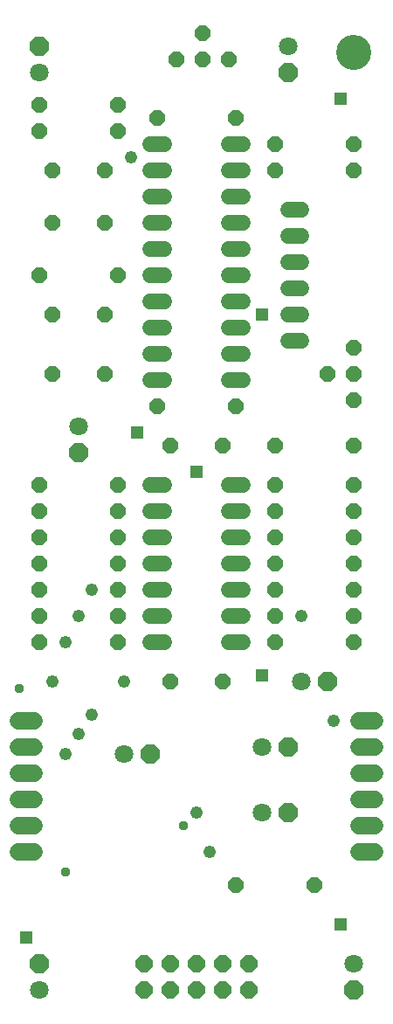
<source format=gbr>
G04 EAGLE Gerber RS-274X export*
G75*
%MOMM*%
%FSLAX34Y34*%
%LPD*%
%INSoldermask Top*%
%IPPOS*%
%AMOC8*
5,1,8,0,0,1.08239X$1,22.5*%
G01*
%ADD10C,3.403200*%
%ADD11C,1.524000*%
%ADD12P,1.951982X8X292.500000*%
%ADD13C,1.803400*%
%ADD14P,1.951982X8X112.500000*%
%ADD15P,1.759533X8X22.500000*%
%ADD16P,1.649562X8X202.500000*%
%ADD17P,1.649562X8X22.500000*%
%ADD18P,1.951982X8X22.500000*%
%ADD19P,1.649562X8X292.500000*%
%ADD20C,1.727200*%
%ADD21C,1.219200*%
%ADD22C,0.959600*%
%ADD23R,1.209600X1.209600*%
%ADD24C,1.209600*%


D10*
X342900Y952500D03*
D11*
X159004Y533400D02*
X145796Y533400D01*
X145796Y508000D02*
X159004Y508000D01*
X159004Y381000D02*
X145796Y381000D01*
X221996Y381000D02*
X235204Y381000D01*
X159004Y482600D02*
X145796Y482600D01*
X145796Y457200D02*
X159004Y457200D01*
X159004Y406400D02*
X145796Y406400D01*
X145796Y431800D02*
X159004Y431800D01*
X221996Y406400D02*
X235204Y406400D01*
X235204Y431800D02*
X221996Y431800D01*
X221996Y457200D02*
X235204Y457200D01*
X235204Y482600D02*
X221996Y482600D01*
X221996Y508000D02*
X235204Y508000D01*
X235204Y533400D02*
X221996Y533400D01*
D12*
X342900Y44450D03*
D13*
X342900Y69850D03*
D14*
X38100Y69850D03*
D13*
X38100Y44450D03*
D15*
X139700Y44450D03*
X139700Y69850D03*
X165100Y44450D03*
X165100Y69850D03*
X190500Y44450D03*
X190500Y69850D03*
X215900Y44450D03*
X215900Y69850D03*
X241300Y44450D03*
X241300Y69850D03*
D16*
X114300Y508000D03*
X38100Y508000D03*
X101600Y838200D03*
X50800Y838200D03*
D17*
X38100Y533400D03*
X114300Y533400D03*
X38100Y482600D03*
X114300Y482600D03*
D18*
X146050Y273050D03*
D13*
X120650Y273050D03*
D11*
X279146Y800100D02*
X292354Y800100D01*
X292354Y749300D02*
X279146Y749300D01*
X279146Y774700D02*
X292354Y774700D01*
X292354Y673100D02*
X279146Y673100D01*
X279146Y723900D02*
X292354Y723900D01*
X292354Y698500D02*
X279146Y698500D01*
D16*
X342900Y838200D03*
X266700Y838200D03*
D17*
X266700Y863600D03*
X342900Y863600D03*
D12*
X279400Y933450D03*
D13*
X279400Y958850D03*
D16*
X342900Y571500D03*
X266700Y571500D03*
D19*
X342900Y615950D03*
X342900Y666750D03*
X317500Y641350D03*
X342900Y641350D03*
D11*
X159004Y635000D02*
X145796Y635000D01*
X221996Y635000D02*
X235204Y635000D01*
X235204Y660400D02*
X221996Y660400D01*
X159004Y660400D02*
X145796Y660400D01*
X145796Y685800D02*
X159004Y685800D01*
X221996Y685800D02*
X235204Y685800D01*
X235204Y711200D02*
X221996Y711200D01*
X159004Y711200D02*
X145796Y711200D01*
X145796Y736600D02*
X159004Y736600D01*
X221996Y736600D02*
X235204Y736600D01*
X235204Y762000D02*
X221996Y762000D01*
X159004Y762000D02*
X145796Y762000D01*
X145796Y787400D02*
X159004Y787400D01*
X221996Y787400D02*
X235204Y787400D01*
X235204Y812800D02*
X221996Y812800D01*
X159004Y812800D02*
X145796Y812800D01*
X145796Y838200D02*
X159004Y838200D01*
X221996Y838200D02*
X235204Y838200D01*
X235204Y863600D02*
X221996Y863600D01*
X159004Y863600D02*
X145796Y863600D01*
D16*
X228600Y889000D03*
X152400Y889000D03*
X228600Y609600D03*
X152400Y609600D03*
X171450Y946150D03*
X222250Y946150D03*
X196850Y971550D03*
X196850Y946150D03*
X114300Y901700D03*
X38100Y901700D03*
D17*
X38100Y876300D03*
X114300Y876300D03*
D14*
X38100Y958850D03*
D13*
X38100Y933450D03*
D16*
X101600Y787400D03*
X50800Y787400D03*
X101600Y641350D03*
X50800Y641350D03*
X114300Y736600D03*
X38100Y736600D03*
D18*
X279400Y215900D03*
D13*
X254000Y215900D03*
D16*
X304800Y146050D03*
X228600Y146050D03*
D12*
X76200Y565150D03*
D13*
X76200Y590550D03*
D16*
X114300Y406400D03*
X38100Y406400D03*
X342900Y457200D03*
X266700Y457200D03*
D17*
X266700Y406400D03*
X342900Y406400D03*
D16*
X342900Y431800D03*
X266700Y431800D03*
D18*
X317500Y342900D03*
D13*
X292100Y342900D03*
D16*
X342900Y482600D03*
X266700Y482600D03*
D17*
X266700Y533400D03*
X342900Y533400D03*
X266700Y508000D03*
X342900Y508000D03*
X38100Y457200D03*
X114300Y457200D03*
D16*
X114300Y431800D03*
X38100Y431800D03*
D17*
X266700Y381000D03*
X342900Y381000D03*
D18*
X279400Y279400D03*
D13*
X254000Y279400D03*
D20*
X347980Y304800D02*
X363220Y304800D01*
X363220Y279400D02*
X347980Y279400D01*
X347980Y254000D02*
X363220Y254000D01*
X363220Y228600D02*
X347980Y228600D01*
X347980Y203200D02*
X363220Y203200D01*
X363220Y177800D02*
X347980Y177800D01*
D16*
X215900Y571500D03*
X165100Y571500D03*
D17*
X165100Y342900D03*
X215900Y342900D03*
D16*
X101600Y698500D03*
X50800Y698500D03*
D17*
X38100Y381000D03*
X114300Y381000D03*
D20*
X33020Y177800D02*
X17780Y177800D01*
X17780Y203200D02*
X33020Y203200D01*
X33020Y228600D02*
X17780Y228600D01*
X17780Y254000D02*
X33020Y254000D01*
X33020Y279400D02*
X17780Y279400D01*
X17780Y304800D02*
X33020Y304800D01*
D21*
X203200Y177800D03*
D22*
X177800Y203200D03*
D23*
X330200Y908050D03*
X254000Y349250D03*
X330200Y107950D03*
X25400Y95250D03*
X133350Y584200D03*
D22*
X63500Y158750D03*
D24*
X50800Y342900D03*
X120650Y342900D03*
X190500Y215900D03*
D23*
X190500Y546100D03*
X254000Y698500D03*
D24*
X127000Y850900D03*
X323850Y304800D03*
D22*
X19050Y336550D03*
D24*
X63500Y381000D03*
X63500Y273050D03*
X76200Y406400D03*
X76200Y292100D03*
X292100Y406400D03*
X88900Y431800D03*
X88900Y311150D03*
M02*

</source>
